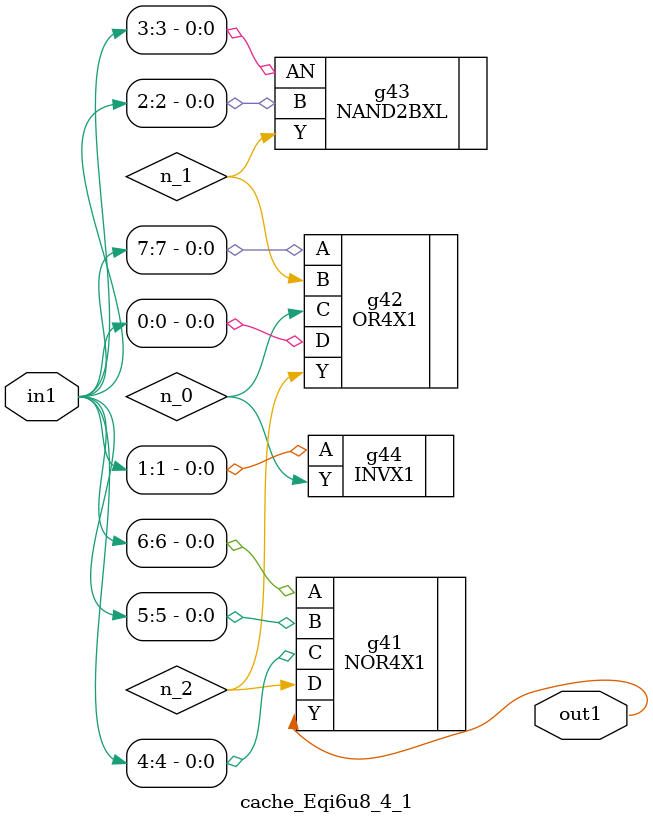
<source format=v>
`timescale 1ps / 1ps


module cache_Eqi6u8_4_1(in1, out1);
  input [7:0] in1;
  output out1;
  wire [7:0] in1;
  wire out1;
  wire n_0, n_1, n_2;
  NOR4X1 g41(.A (in1[6]), .B (in1[5]), .C (in1[4]), .D (n_2), .Y
       (out1));
  OR4X1 g42(.A (in1[7]), .B (n_1), .C (n_0), .D (in1[0]), .Y (n_2));
  NAND2BXL g43(.AN (in1[3]), .B (in1[2]), .Y (n_1));
  INVX1 g44(.A (in1[1]), .Y (n_0));
endmodule



</source>
